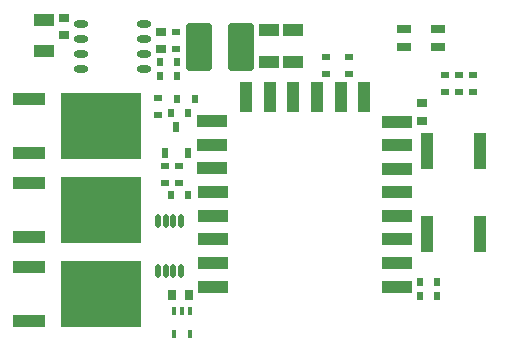
<source format=gtp>
G04 Layer_Color=8421504*
%FSAX44Y44*%
%MOMM*%
G71*
G01*
G75*
G04:AMPARAMS|DCode=10|XSize=0.95mm|YSize=2.65mm|CornerRadius=0.0048mm|HoleSize=0mm|Usage=FLASHONLY|Rotation=90.000|XOffset=0mm|YOffset=0mm|HoleType=Round|Shape=RoundedRectangle|*
%AMROUNDEDRECTD10*
21,1,0.9500,2.6405,0,0,90.0*
21,1,0.9405,2.6500,0,0,90.0*
1,1,0.0095,1.3202,0.4703*
1,1,0.0095,1.3202,-0.4703*
1,1,0.0095,-1.3202,-0.4703*
1,1,0.0095,-1.3202,0.4703*
%
%ADD10ROUNDEDRECTD10*%
G04:AMPARAMS|DCode=11|XSize=5.55mm|YSize=6.8mm|CornerRadius=0.0278mm|HoleSize=0mm|Usage=FLASHONLY|Rotation=90.000|XOffset=0mm|YOffset=0mm|HoleType=Round|Shape=RoundedRectangle|*
%AMROUNDEDRECTD11*
21,1,5.5500,6.7445,0,0,90.0*
21,1,5.4945,6.8000,0,0,90.0*
1,1,0.0555,3.3723,2.7473*
1,1,0.0555,3.3723,-2.7473*
1,1,0.0555,-3.3723,-2.7473*
1,1,0.0555,-3.3723,2.7473*
%
%ADD11ROUNDEDRECTD11*%
G04:AMPARAMS|DCode=12|XSize=0.75mm|YSize=0.55mm|CornerRadius=0.0028mm|HoleSize=0mm|Usage=FLASHONLY|Rotation=180.000|XOffset=0mm|YOffset=0mm|HoleType=Round|Shape=RoundedRectangle|*
%AMROUNDEDRECTD12*
21,1,0.7500,0.5445,0,0,180.0*
21,1,0.7445,0.5500,0,0,180.0*
1,1,0.0055,-0.3723,0.2722*
1,1,0.0055,0.3723,0.2722*
1,1,0.0055,0.3723,-0.2722*
1,1,0.0055,-0.3723,-0.2722*
%
%ADD12ROUNDEDRECTD12*%
G04:AMPARAMS|DCode=13|XSize=0.75mm|YSize=0.55mm|CornerRadius=0.0028mm|HoleSize=0mm|Usage=FLASHONLY|Rotation=270.000|XOffset=0mm|YOffset=0mm|HoleType=Round|Shape=RoundedRectangle|*
%AMROUNDEDRECTD13*
21,1,0.7500,0.5445,0,0,270.0*
21,1,0.7445,0.5500,0,0,270.0*
1,1,0.0055,-0.2722,-0.3723*
1,1,0.0055,-0.2722,0.3723*
1,1,0.0055,0.2722,0.3723*
1,1,0.0055,0.2722,-0.3723*
%
%ADD13ROUNDEDRECTD13*%
G04:AMPARAMS|DCode=14|XSize=0.55mm|YSize=0.8mm|CornerRadius=0.0028mm|HoleSize=0mm|Usage=FLASHONLY|Rotation=180.000|XOffset=0mm|YOffset=0mm|HoleType=Round|Shape=RoundedRectangle|*
%AMROUNDEDRECTD14*
21,1,0.5500,0.7945,0,0,180.0*
21,1,0.5445,0.8000,0,0,180.0*
1,1,0.0055,-0.2722,0.3972*
1,1,0.0055,0.2722,0.3972*
1,1,0.0055,0.2722,-0.3972*
1,1,0.0055,-0.2722,-0.3972*
%
%ADD14ROUNDEDRECTD14*%
G04:AMPARAMS|DCode=15|XSize=0.35mm|YSize=0.6mm|CornerRadius=0.0018mm|HoleSize=0mm|Usage=FLASHONLY|Rotation=0.000|XOffset=0mm|YOffset=0mm|HoleType=Round|Shape=RoundedRectangle|*
%AMROUNDEDRECTD15*
21,1,0.3500,0.5965,0,0,0.0*
21,1,0.3465,0.6000,0,0,0.0*
1,1,0.0035,0.1732,-0.2983*
1,1,0.0035,-0.1732,-0.2983*
1,1,0.0035,-0.1732,0.2983*
1,1,0.0035,0.1732,0.2983*
%
%ADD15ROUNDEDRECTD15*%
G04:AMPARAMS|DCode=16|XSize=3mm|YSize=1.1mm|CornerRadius=0.055mm|HoleSize=0mm|Usage=FLASHONLY|Rotation=270.000|XOffset=0mm|YOffset=0mm|HoleType=Round|Shape=RoundedRectangle|*
%AMROUNDEDRECTD16*
21,1,3.0000,0.9900,0,0,270.0*
21,1,2.8900,1.1000,0,0,270.0*
1,1,0.1100,-0.4950,-1.4450*
1,1,0.1100,-0.4950,1.4450*
1,1,0.1100,0.4950,1.4450*
1,1,0.1100,0.4950,-1.4450*
%
%ADD16ROUNDEDRECTD16*%
G04:AMPARAMS|DCode=18|XSize=0.85mm|YSize=0.6mm|CornerRadius=0.003mm|HoleSize=0mm|Usage=FLASHONLY|Rotation=180.000|XOffset=0mm|YOffset=0mm|HoleType=Round|Shape=RoundedRectangle|*
%AMROUNDEDRECTD18*
21,1,0.8500,0.5940,0,0,180.0*
21,1,0.8440,0.6000,0,0,180.0*
1,1,0.0060,-0.4220,0.2970*
1,1,0.0060,0.4220,0.2970*
1,1,0.0060,0.4220,-0.2970*
1,1,0.0060,-0.4220,-0.2970*
%
%ADD18ROUNDEDRECTD18*%
G04:AMPARAMS|DCode=19|XSize=0.85mm|YSize=0.6mm|CornerRadius=0.003mm|HoleSize=0mm|Usage=FLASHONLY|Rotation=90.000|XOffset=0mm|YOffset=0mm|HoleType=Round|Shape=RoundedRectangle|*
%AMROUNDEDRECTD19*
21,1,0.8500,0.5940,0,0,90.0*
21,1,0.8440,0.6000,0,0,90.0*
1,1,0.0060,0.2970,0.4220*
1,1,0.0060,0.2970,-0.4220*
1,1,0.0060,-0.2970,-0.4220*
1,1,0.0060,-0.2970,0.4220*
%
%ADD19ROUNDEDRECTD19*%
%ADD20O,0.5000X1.1500*%
G04:AMPARAMS|DCode=21|XSize=1.1mm|YSize=2.5mm|CornerRadius=0.0055mm|HoleSize=0mm|Usage=FLASHONLY|Rotation=270.000|XOffset=0mm|YOffset=0mm|HoleType=Round|Shape=RoundedRectangle|*
%AMROUNDEDRECTD21*
21,1,1.1000,2.4890,0,0,270.0*
21,1,1.0890,2.5000,0,0,270.0*
1,1,0.0110,-1.2445,-0.5445*
1,1,0.0110,-1.2445,0.5445*
1,1,0.0110,1.2445,0.5445*
1,1,0.0110,1.2445,-0.5445*
%
%ADD21ROUNDEDRECTD21*%
G04:AMPARAMS|DCode=22|XSize=1.1mm|YSize=2.5mm|CornerRadius=0.0055mm|HoleSize=0mm|Usage=FLASHONLY|Rotation=0.000|XOffset=0mm|YOffset=0mm|HoleType=Round|Shape=RoundedRectangle|*
%AMROUNDEDRECTD22*
21,1,1.1000,2.4890,0,0,0.0*
21,1,1.0890,2.5000,0,0,0.0*
1,1,0.0110,0.5445,-1.2445*
1,1,0.0110,-0.5445,-1.2445*
1,1,0.0110,-0.5445,1.2445*
1,1,0.0110,0.5445,1.2445*
%
%ADD22ROUNDEDRECTD22*%
G04:AMPARAMS|DCode=23|XSize=4mm|YSize=2.2mm|CornerRadius=0.22mm|HoleSize=0mm|Usage=FLASHONLY|Rotation=90.000|XOffset=0mm|YOffset=0mm|HoleType=Round|Shape=RoundedRectangle|*
%AMROUNDEDRECTD23*
21,1,4.0000,1.7600,0,0,90.0*
21,1,3.5600,2.2000,0,0,90.0*
1,1,0.4400,0.8800,1.7800*
1,1,0.4400,0.8800,-1.7800*
1,1,0.4400,-0.8800,-1.7800*
1,1,0.4400,-0.8800,1.7800*
%
%ADD23ROUNDEDRECTD23*%
G04:AMPARAMS|DCode=24|XSize=1.65mm|YSize=0.95mm|CornerRadius=0.0048mm|HoleSize=0mm|Usage=FLASHONLY|Rotation=180.000|XOffset=0mm|YOffset=0mm|HoleType=Round|Shape=RoundedRectangle|*
%AMROUNDEDRECTD24*
21,1,1.6500,0.9405,0,0,180.0*
21,1,1.6405,0.9500,0,0,180.0*
1,1,0.0095,-0.8203,0.4703*
1,1,0.0095,0.8203,0.4703*
1,1,0.0095,0.8203,-0.4703*
1,1,0.0095,-0.8203,-0.4703*
%
%ADD24ROUNDEDRECTD24*%
%ADD25O,1.2500X0.6000*%
%ADD48R,1.1430X0.7620*%
D10*
X10064728Y10102288D02*
D03*
Y10056489D02*
D03*
Y10127761D02*
D03*
Y10173561D02*
D03*
Y10244834D02*
D03*
Y10199033D02*
D03*
D11*
X10125728Y10079388D02*
D03*
Y10150661D02*
D03*
Y10221934D02*
D03*
D12*
X10180272Y10187900D02*
D03*
Y10173400D02*
D03*
X10192045Y10187900D02*
D03*
Y10173400D02*
D03*
X10174478Y10230985D02*
D03*
Y10245485D02*
D03*
X10336074Y10265310D02*
D03*
Y10279810D02*
D03*
X10316262Y10265310D02*
D03*
Y10279810D02*
D03*
X10428859Y10264445D02*
D03*
Y10249945D02*
D03*
X10417086Y10264445D02*
D03*
Y10249945D02*
D03*
X10440631Y10264445D02*
D03*
Y10249945D02*
D03*
X10189509Y10301180D02*
D03*
Y10286681D02*
D03*
D13*
X10185245Y10232644D02*
D03*
X10199745D02*
D03*
X10205096Y10244417D02*
D03*
X10190596D02*
D03*
X10410291Y10077538D02*
D03*
X10395791D02*
D03*
Y10089310D02*
D03*
X10410291D02*
D03*
X10199294Y10162794D02*
D03*
X10184794D02*
D03*
X10190509Y10275658D02*
D03*
X10176009D02*
D03*
Y10263885D02*
D03*
X10190509D02*
D03*
D14*
X10180272Y10198696D02*
D03*
X10199272D02*
D03*
X10189772Y10220696D02*
D03*
D15*
X10200939Y10045250D02*
D03*
X10187938D02*
D03*
Y10064750D02*
D03*
X10194438D02*
D03*
X10200939D02*
D03*
D16*
X10402168Y10129770D02*
D03*
Y10200770D02*
D03*
X10447168Y10129770D02*
D03*
Y10200770D02*
D03*
D18*
X10397288Y10226156D02*
D03*
Y10240656D02*
D03*
X10176759Y10286681D02*
D03*
Y10301180D02*
D03*
X10094214Y10313162D02*
D03*
Y10298662D02*
D03*
D19*
X10200750Y10078730D02*
D03*
X10186250D02*
D03*
D20*
X10174000Y10098698D02*
D03*
X10180500D02*
D03*
X10187000D02*
D03*
X10193500D02*
D03*
X10174000Y10141198D02*
D03*
X10180500D02*
D03*
X10187000D02*
D03*
X10193500D02*
D03*
D21*
X10220466Y10085666D02*
D03*
Y10105478D02*
D03*
Y10125798D02*
D03*
Y10145610D02*
D03*
Y10165676D02*
D03*
X10220212Y10185742D02*
D03*
Y10205554D02*
D03*
X10376421Y10225366D02*
D03*
Y10185488D02*
D03*
Y10165676D02*
D03*
Y10145356D02*
D03*
Y10125544D02*
D03*
Y10105478D02*
D03*
X10220212Y10225620D02*
D03*
X10376421Y10205300D02*
D03*
Y10085666D02*
D03*
D22*
X10248406Y10246194D02*
D03*
X10268726D02*
D03*
X10288538D02*
D03*
X10308857D02*
D03*
X10328669D02*
D03*
X10348481D02*
D03*
D23*
X10244032Y10288560D02*
D03*
X10209031D02*
D03*
D24*
X10077441Y10284677D02*
D03*
Y10311676D02*
D03*
X10268054Y10275786D02*
D03*
Y10302786D02*
D03*
X10288827Y10275786D02*
D03*
Y10302786D02*
D03*
D25*
X10162236Y10270236D02*
D03*
Y10282936D02*
D03*
Y10295636D02*
D03*
Y10308336D02*
D03*
X10108737Y10270236D02*
D03*
Y10282936D02*
D03*
Y10295636D02*
D03*
Y10308336D02*
D03*
D48*
X10411367Y10288469D02*
D03*
Y10303710D02*
D03*
X10382157D02*
D03*
Y10288469D02*
D03*
M02*

</source>
